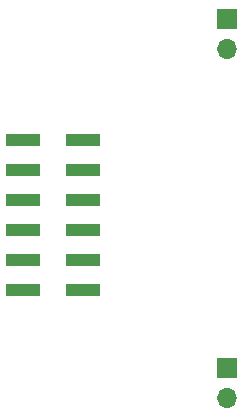
<source format=gbr>
%TF.GenerationSoftware,KiCad,Pcbnew,9.0.6*%
%TF.CreationDate,2025-12-26T20:21:36+00:00*%
%TF.ProjectId,PIDI-BOX-01-RELSW-6-BUTTONS-A1,50494449-2d42-44f5-982d-30312d52454c,rev?*%
%TF.SameCoordinates,Original*%
%TF.FileFunction,Soldermask,Bot*%
%TF.FilePolarity,Negative*%
%FSLAX46Y46*%
G04 Gerber Fmt 4.6, Leading zero omitted, Abs format (unit mm)*
G04 Created by KiCad (PCBNEW 9.0.6) date 2025-12-26 20:21:36*
%MOMM*%
%LPD*%
G01*
G04 APERTURE LIST*
%ADD10R,1.700000X1.700000*%
%ADD11O,1.700000X1.700000*%
%ADD12R,3.000000X1.000000*%
G04 APERTURE END LIST*
D10*
%TO.C,J3*%
X121405800Y-82545000D03*
D11*
X121405800Y-85085000D03*
%TD*%
D10*
%TO.C,J2*%
X121405800Y-53030200D03*
D11*
X121405800Y-55570200D03*
%TD*%
D12*
%TO.C,J1*%
X104210800Y-63246000D03*
X109250800Y-63246000D03*
X104210800Y-65786000D03*
X109250800Y-65786000D03*
X104210800Y-68326000D03*
X109250800Y-68326000D03*
X104210800Y-70866000D03*
X109250800Y-70866000D03*
X104210800Y-73406000D03*
X109250800Y-73406000D03*
X104210800Y-75946000D03*
X109250800Y-75946000D03*
%TD*%
M02*

</source>
